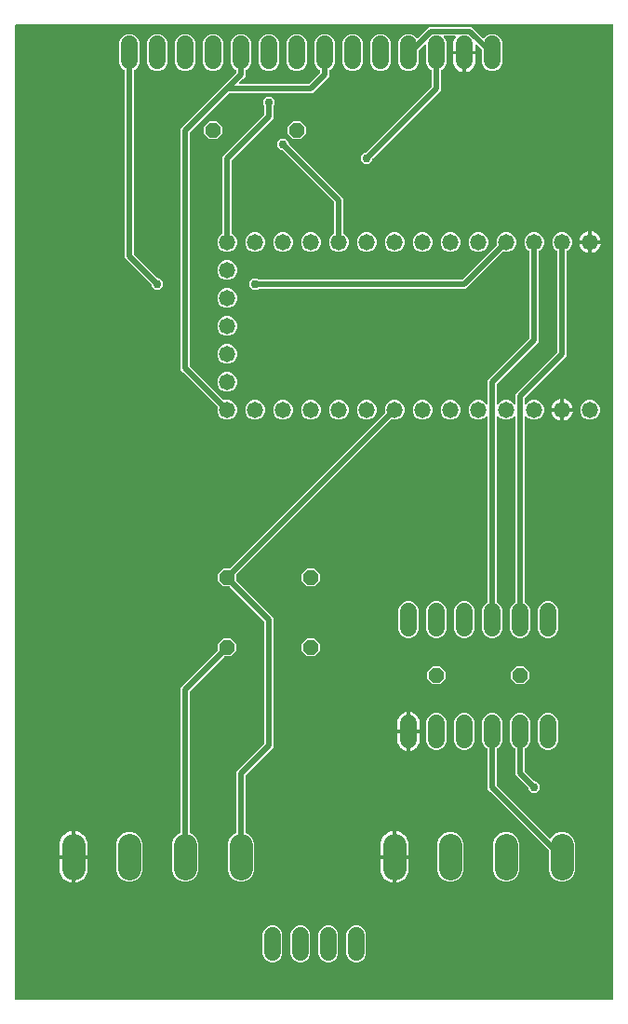
<source format=gbr>
G04 EAGLE Gerber RS-274X export*
G75*
%MOMM*%
%FSLAX34Y34*%
%LPD*%
%INTop Copper*%
%IPPOS*%
%AMOC8*
5,1,8,0,0,1.08239X$1,22.5*%
G01*
%ADD10C,1.524000*%
%ADD11P,1.429621X8X22.500000*%
%ADD12P,1.429621X8X202.500000*%
%ADD13C,2.095500*%
%ADD14C,1.473200*%
%ADD15C,0.508000*%
%ADD16C,0.756400*%

G36*
X553994Y10164D02*
X553994Y10164D01*
X554013Y10162D01*
X554115Y10184D01*
X554217Y10200D01*
X554234Y10210D01*
X554254Y10214D01*
X554343Y10267D01*
X554434Y10316D01*
X554448Y10330D01*
X554465Y10340D01*
X554532Y10419D01*
X554604Y10494D01*
X554612Y10512D01*
X554625Y10527D01*
X554664Y10623D01*
X554707Y10717D01*
X554709Y10737D01*
X554717Y10755D01*
X554735Y10922D01*
X554735Y895350D01*
X554732Y895370D01*
X554734Y895389D01*
X554712Y895491D01*
X554696Y895593D01*
X554686Y895610D01*
X554682Y895630D01*
X554629Y895719D01*
X554580Y895810D01*
X554566Y895824D01*
X554556Y895841D01*
X554477Y895908D01*
X554402Y895980D01*
X554384Y895988D01*
X554369Y896001D01*
X554273Y896040D01*
X554179Y896083D01*
X554159Y896085D01*
X554141Y896093D01*
X553974Y896111D01*
X10922Y896111D01*
X10902Y896108D01*
X10883Y896110D01*
X10781Y896088D01*
X10679Y896072D01*
X10662Y896062D01*
X10642Y896058D01*
X10553Y896005D01*
X10462Y895956D01*
X10448Y895942D01*
X10431Y895932D01*
X10364Y895853D01*
X10292Y895778D01*
X10284Y895760D01*
X10271Y895745D01*
X10232Y895649D01*
X10189Y895555D01*
X10187Y895535D01*
X10179Y895517D01*
X10161Y895350D01*
X10161Y10922D01*
X10164Y10902D01*
X10162Y10883D01*
X10184Y10781D01*
X10200Y10679D01*
X10210Y10662D01*
X10214Y10642D01*
X10267Y10553D01*
X10316Y10462D01*
X10330Y10448D01*
X10340Y10431D01*
X10419Y10364D01*
X10494Y10292D01*
X10512Y10284D01*
X10527Y10271D01*
X10623Y10232D01*
X10717Y10189D01*
X10737Y10187D01*
X10755Y10179D01*
X10922Y10161D01*
X553974Y10161D01*
X553994Y10164D01*
G37*
%LPC*%
G36*
X442681Y338835D02*
X442681Y338835D01*
X439320Y340227D01*
X436747Y342800D01*
X435355Y346161D01*
X435355Y365039D01*
X436747Y368400D01*
X439320Y370973D01*
X439965Y371240D01*
X440065Y371301D01*
X440165Y371361D01*
X440169Y371366D01*
X440174Y371369D01*
X440249Y371460D01*
X440325Y371548D01*
X440327Y371554D01*
X440331Y371559D01*
X440373Y371667D01*
X440417Y371776D01*
X440418Y371784D01*
X440419Y371789D01*
X440420Y371807D01*
X440435Y371943D01*
X440435Y540324D01*
X440424Y540395D01*
X440422Y540467D01*
X440404Y540515D01*
X440396Y540567D01*
X440362Y540630D01*
X440337Y540698D01*
X440305Y540738D01*
X440280Y540784D01*
X440228Y540834D01*
X440184Y540890D01*
X440140Y540918D01*
X440102Y540954D01*
X440037Y540984D01*
X439977Y541023D01*
X439926Y541035D01*
X439879Y541057D01*
X439808Y541065D01*
X439738Y541083D01*
X439686Y541079D01*
X439635Y541084D01*
X439564Y541069D01*
X439493Y541063D01*
X439445Y541043D01*
X439394Y541032D01*
X439333Y540995D01*
X439267Y540967D01*
X439211Y540922D01*
X439183Y540906D01*
X439168Y540888D01*
X439136Y540862D01*
X436836Y538563D01*
X433568Y537209D01*
X430032Y537209D01*
X426764Y538563D01*
X424263Y541064D01*
X422909Y544332D01*
X422909Y547868D01*
X424263Y551136D01*
X426764Y553637D01*
X430032Y554991D01*
X433568Y554991D01*
X436836Y553637D01*
X439136Y551338D01*
X439194Y551296D01*
X439246Y551246D01*
X439293Y551224D01*
X439335Y551194D01*
X439404Y551173D01*
X439469Y551143D01*
X439521Y551137D01*
X439571Y551122D01*
X439642Y551124D01*
X439713Y551116D01*
X439764Y551127D01*
X439816Y551128D01*
X439884Y551153D01*
X439954Y551168D01*
X439999Y551195D01*
X440047Y551213D01*
X440103Y551257D01*
X440165Y551294D01*
X440199Y551334D01*
X440239Y551366D01*
X440278Y551427D01*
X440325Y551481D01*
X440344Y551529D01*
X440372Y551573D01*
X440390Y551643D01*
X440417Y551709D01*
X440425Y551781D01*
X440433Y551812D01*
X440431Y551835D01*
X440435Y551876D01*
X440435Y573184D01*
X478312Y611061D01*
X478365Y611135D01*
X478425Y611204D01*
X478437Y611234D01*
X478456Y611260D01*
X478483Y611347D01*
X478517Y611432D01*
X478521Y611473D01*
X478528Y611496D01*
X478527Y611528D01*
X478535Y611599D01*
X478535Y690052D01*
X478516Y690167D01*
X478499Y690283D01*
X478497Y690288D01*
X478496Y690295D01*
X478441Y690397D01*
X478388Y690502D01*
X478383Y690506D01*
X478380Y690512D01*
X478296Y690592D01*
X478212Y690674D01*
X478206Y690678D01*
X478202Y690681D01*
X478185Y690689D01*
X478065Y690755D01*
X477564Y690963D01*
X475063Y693464D01*
X473709Y696732D01*
X473709Y700268D01*
X475063Y703536D01*
X477564Y706037D01*
X480832Y707391D01*
X484368Y707391D01*
X487636Y706037D01*
X490137Y703536D01*
X491491Y700268D01*
X491491Y696732D01*
X490137Y693464D01*
X487636Y690963D01*
X487135Y690755D01*
X487035Y690694D01*
X486935Y690634D01*
X486931Y690629D01*
X486926Y690625D01*
X486851Y690535D01*
X486775Y690447D01*
X486773Y690441D01*
X486769Y690436D01*
X486727Y690328D01*
X486683Y690218D01*
X486682Y690211D01*
X486681Y690206D01*
X486680Y690188D01*
X486665Y690052D01*
X486665Y607916D01*
X448788Y570039D01*
X448735Y569965D01*
X448675Y569896D01*
X448663Y569866D01*
X448644Y569840D01*
X448617Y569753D01*
X448583Y569668D01*
X448579Y569627D01*
X448572Y569604D01*
X448573Y569572D01*
X448565Y569501D01*
X448565Y551876D01*
X448576Y551805D01*
X448578Y551733D01*
X448596Y551685D01*
X448604Y551633D01*
X448638Y551570D01*
X448663Y551502D01*
X448695Y551462D01*
X448720Y551416D01*
X448772Y551366D01*
X448816Y551310D01*
X448860Y551282D01*
X448898Y551246D01*
X448963Y551216D01*
X449023Y551177D01*
X449074Y551165D01*
X449121Y551143D01*
X449192Y551135D01*
X449262Y551117D01*
X449314Y551121D01*
X449365Y551116D01*
X449436Y551131D01*
X449507Y551137D01*
X449555Y551157D01*
X449606Y551168D01*
X449667Y551205D01*
X449733Y551233D01*
X449789Y551278D01*
X449817Y551294D01*
X449832Y551312D01*
X449864Y551338D01*
X452164Y553637D01*
X455432Y554991D01*
X458968Y554991D01*
X462236Y553637D01*
X464536Y551338D01*
X464594Y551296D01*
X464646Y551246D01*
X464693Y551224D01*
X464735Y551194D01*
X464804Y551173D01*
X464869Y551143D01*
X464921Y551137D01*
X464971Y551122D01*
X465042Y551124D01*
X465113Y551116D01*
X465164Y551127D01*
X465216Y551128D01*
X465284Y551153D01*
X465354Y551168D01*
X465399Y551195D01*
X465447Y551213D01*
X465503Y551257D01*
X465565Y551294D01*
X465599Y551334D01*
X465639Y551366D01*
X465678Y551427D01*
X465725Y551481D01*
X465744Y551529D01*
X465772Y551573D01*
X465790Y551643D01*
X465817Y551709D01*
X465825Y551781D01*
X465833Y551812D01*
X465831Y551835D01*
X465835Y551876D01*
X465835Y560484D01*
X503712Y598361D01*
X503765Y598435D01*
X503825Y598504D01*
X503837Y598534D01*
X503856Y598560D01*
X503883Y598647D01*
X503917Y598732D01*
X503921Y598773D01*
X503928Y598796D01*
X503927Y598828D01*
X503935Y598899D01*
X503935Y690052D01*
X503916Y690167D01*
X503899Y690283D01*
X503897Y690288D01*
X503896Y690295D01*
X503841Y690397D01*
X503788Y690502D01*
X503783Y690506D01*
X503780Y690512D01*
X503696Y690592D01*
X503612Y690674D01*
X503606Y690678D01*
X503602Y690681D01*
X503585Y690689D01*
X503465Y690755D01*
X502964Y690963D01*
X500463Y693464D01*
X499109Y696732D01*
X499109Y700268D01*
X500463Y703536D01*
X502964Y706037D01*
X506232Y707391D01*
X509768Y707391D01*
X513036Y706037D01*
X515537Y703536D01*
X516891Y700268D01*
X516891Y696732D01*
X515537Y693464D01*
X513036Y690963D01*
X512535Y690755D01*
X512435Y690694D01*
X512335Y690634D01*
X512331Y690629D01*
X512326Y690625D01*
X512251Y690535D01*
X512175Y690447D01*
X512173Y690441D01*
X512169Y690436D01*
X512127Y690328D01*
X512083Y690218D01*
X512082Y690211D01*
X512081Y690206D01*
X512080Y690188D01*
X512065Y690052D01*
X512065Y595216D01*
X474188Y557339D01*
X474135Y557265D01*
X474075Y557196D01*
X474063Y557166D01*
X474044Y557140D01*
X474017Y557053D01*
X473983Y556968D01*
X473979Y556927D01*
X473972Y556904D01*
X473973Y556872D01*
X473965Y556801D01*
X473965Y551876D01*
X473976Y551805D01*
X473978Y551733D01*
X473996Y551685D01*
X474004Y551633D01*
X474038Y551570D01*
X474063Y551502D01*
X474095Y551462D01*
X474120Y551416D01*
X474172Y551366D01*
X474216Y551310D01*
X474260Y551282D01*
X474298Y551246D01*
X474363Y551216D01*
X474423Y551177D01*
X474474Y551165D01*
X474521Y551143D01*
X474592Y551135D01*
X474662Y551117D01*
X474714Y551121D01*
X474765Y551116D01*
X474836Y551131D01*
X474907Y551137D01*
X474955Y551157D01*
X475006Y551168D01*
X475067Y551205D01*
X475133Y551233D01*
X475189Y551278D01*
X475217Y551294D01*
X475232Y551312D01*
X475264Y551338D01*
X477564Y553637D01*
X480832Y554991D01*
X484368Y554991D01*
X487636Y553637D01*
X490137Y551136D01*
X491491Y547868D01*
X491491Y544332D01*
X490137Y541064D01*
X487636Y538563D01*
X484368Y537209D01*
X480832Y537209D01*
X477564Y538563D01*
X475264Y540862D01*
X475206Y540904D01*
X475154Y540954D01*
X475107Y540976D01*
X475065Y541006D01*
X474996Y541027D01*
X474931Y541057D01*
X474879Y541063D01*
X474829Y541078D01*
X474758Y541076D01*
X474687Y541084D01*
X474636Y541073D01*
X474584Y541072D01*
X474516Y541047D01*
X474446Y541032D01*
X474401Y541005D01*
X474353Y540987D01*
X474297Y540943D01*
X474235Y540906D01*
X474201Y540866D01*
X474161Y540834D01*
X474122Y540773D01*
X474075Y540719D01*
X474056Y540671D01*
X474028Y540627D01*
X474010Y540557D01*
X473983Y540491D01*
X473975Y540419D01*
X473967Y540388D01*
X473969Y540365D01*
X473965Y540324D01*
X473965Y371943D01*
X473984Y371828D01*
X474001Y371712D01*
X474003Y371707D01*
X474004Y371700D01*
X474059Y371598D01*
X474112Y371493D01*
X474117Y371489D01*
X474120Y371483D01*
X474204Y371403D01*
X474288Y371321D01*
X474294Y371317D01*
X474298Y371314D01*
X474315Y371306D01*
X474435Y371240D01*
X475080Y370973D01*
X477653Y368400D01*
X479045Y365039D01*
X479045Y346161D01*
X477653Y342800D01*
X475080Y340227D01*
X471719Y338835D01*
X468081Y338835D01*
X464720Y340227D01*
X462147Y342800D01*
X460755Y346161D01*
X460755Y365039D01*
X462147Y368400D01*
X464720Y370973D01*
X465365Y371240D01*
X465465Y371301D01*
X465565Y371361D01*
X465569Y371366D01*
X465574Y371369D01*
X465649Y371460D01*
X465725Y371548D01*
X465727Y371554D01*
X465731Y371559D01*
X465773Y371667D01*
X465817Y371776D01*
X465818Y371784D01*
X465819Y371789D01*
X465820Y371807D01*
X465835Y371943D01*
X465835Y540324D01*
X465824Y540395D01*
X465822Y540467D01*
X465804Y540515D01*
X465796Y540567D01*
X465762Y540630D01*
X465737Y540698D01*
X465705Y540738D01*
X465680Y540784D01*
X465628Y540834D01*
X465584Y540890D01*
X465540Y540918D01*
X465502Y540954D01*
X465437Y540984D01*
X465377Y541023D01*
X465326Y541035D01*
X465279Y541057D01*
X465208Y541065D01*
X465138Y541083D01*
X465086Y541079D01*
X465035Y541084D01*
X464964Y541069D01*
X464893Y541063D01*
X464845Y541043D01*
X464794Y541032D01*
X464733Y540995D01*
X464667Y540967D01*
X464611Y540922D01*
X464583Y540906D01*
X464568Y540888D01*
X464536Y540862D01*
X462236Y538563D01*
X458968Y537209D01*
X455432Y537209D01*
X452164Y538563D01*
X449864Y540862D01*
X449806Y540904D01*
X449754Y540954D01*
X449707Y540976D01*
X449665Y541006D01*
X449596Y541027D01*
X449531Y541057D01*
X449479Y541063D01*
X449429Y541078D01*
X449358Y541076D01*
X449287Y541084D01*
X449236Y541073D01*
X449184Y541072D01*
X449116Y541047D01*
X449046Y541032D01*
X449001Y541005D01*
X448953Y540987D01*
X448897Y540943D01*
X448835Y540906D01*
X448801Y540866D01*
X448761Y540834D01*
X448722Y540773D01*
X448675Y540719D01*
X448656Y540671D01*
X448628Y540627D01*
X448610Y540557D01*
X448583Y540491D01*
X448575Y540419D01*
X448567Y540388D01*
X448569Y540365D01*
X448565Y540324D01*
X448565Y371943D01*
X448584Y371828D01*
X448601Y371712D01*
X448603Y371707D01*
X448604Y371700D01*
X448659Y371598D01*
X448712Y371493D01*
X448717Y371489D01*
X448720Y371483D01*
X448804Y371403D01*
X448888Y371321D01*
X448894Y371317D01*
X448898Y371314D01*
X448915Y371306D01*
X449035Y371240D01*
X449680Y370973D01*
X452253Y368400D01*
X453645Y365039D01*
X453645Y346161D01*
X452253Y342800D01*
X449680Y340227D01*
X446319Y338835D01*
X442681Y338835D01*
G37*
%LPD*%
%LPC*%
G36*
X213513Y117220D02*
X213513Y117220D01*
X209101Y119048D01*
X205725Y122424D01*
X203898Y126835D01*
X203898Y152565D01*
X205725Y156976D01*
X209101Y160352D01*
X211365Y161290D01*
X211465Y161352D01*
X211565Y161412D01*
X211569Y161417D01*
X211574Y161420D01*
X211649Y161510D01*
X211725Y161599D01*
X211727Y161605D01*
X211731Y161609D01*
X211773Y161718D01*
X211817Y161827D01*
X211818Y161834D01*
X211819Y161839D01*
X211820Y161857D01*
X211835Y161994D01*
X211835Y217584D01*
X214439Y220188D01*
X237012Y242761D01*
X237065Y242835D01*
X237125Y242904D01*
X237137Y242934D01*
X237156Y242960D01*
X237183Y243047D01*
X237217Y243132D01*
X237221Y243173D01*
X237228Y243196D01*
X237227Y243228D01*
X237235Y243299D01*
X237235Y353601D01*
X237221Y353691D01*
X237213Y353782D01*
X237201Y353812D01*
X237196Y353844D01*
X237153Y353924D01*
X237117Y354008D01*
X237091Y354040D01*
X237080Y354061D01*
X237057Y354083D01*
X237012Y354139D01*
X205803Y385348D01*
X205729Y385401D01*
X205660Y385461D01*
X205630Y385473D01*
X205604Y385492D01*
X205517Y385519D01*
X205432Y385553D01*
X205391Y385557D01*
X205368Y385564D01*
X205336Y385563D01*
X205265Y385571D01*
X199833Y385571D01*
X195071Y390333D01*
X195071Y397067D01*
X199833Y401829D01*
X205265Y401829D01*
X205355Y401843D01*
X205446Y401851D01*
X205476Y401863D01*
X205508Y401868D01*
X205588Y401911D01*
X205672Y401947D01*
X205704Y401973D01*
X205725Y401984D01*
X205747Y402007D01*
X205803Y402052D01*
X346752Y543000D01*
X346819Y543094D01*
X346890Y543189D01*
X346892Y543195D01*
X346896Y543200D01*
X346930Y543311D01*
X346966Y543423D01*
X346966Y543429D01*
X346968Y543435D01*
X346965Y543551D01*
X346964Y543669D01*
X346962Y543676D01*
X346962Y543681D01*
X346955Y543699D01*
X346917Y543830D01*
X346709Y544331D01*
X346709Y547868D01*
X348063Y551136D01*
X350564Y553637D01*
X353832Y554991D01*
X357368Y554991D01*
X360636Y553637D01*
X363137Y551136D01*
X364491Y547868D01*
X364491Y544332D01*
X363137Y541064D01*
X360636Y538563D01*
X357368Y537209D01*
X353831Y537209D01*
X353330Y537417D01*
X353217Y537444D01*
X353103Y537472D01*
X353097Y537472D01*
X353091Y537473D01*
X352974Y537462D01*
X352858Y537453D01*
X352852Y537451D01*
X352846Y537450D01*
X352738Y537402D01*
X352631Y537357D01*
X352626Y537352D01*
X352621Y537350D01*
X352607Y537337D01*
X352500Y537252D01*
X211552Y396303D01*
X211499Y396229D01*
X211439Y396160D01*
X211427Y396130D01*
X211408Y396104D01*
X211381Y396017D01*
X211347Y395932D01*
X211343Y395891D01*
X211336Y395869D01*
X211337Y395836D01*
X211329Y395765D01*
X211329Y391635D01*
X211343Y391545D01*
X211351Y391454D01*
X211363Y391424D01*
X211368Y391392D01*
X211411Y391312D01*
X211447Y391228D01*
X211473Y391196D01*
X211484Y391175D01*
X211507Y391153D01*
X211552Y391097D01*
X245365Y357284D01*
X245365Y239616D01*
X220188Y214439D01*
X220135Y214365D01*
X220075Y214296D01*
X220063Y214266D01*
X220044Y214240D01*
X220017Y214153D01*
X219983Y214068D01*
X219979Y214027D01*
X219972Y214005D01*
X219973Y213972D01*
X219965Y213901D01*
X219965Y161994D01*
X219984Y161879D01*
X220001Y161763D01*
X220003Y161757D01*
X220004Y161751D01*
X220059Y161648D01*
X220112Y161543D01*
X220117Y161539D01*
X220120Y161533D01*
X220204Y161454D01*
X220288Y161371D01*
X220294Y161368D01*
X220298Y161364D01*
X220315Y161356D01*
X220435Y161290D01*
X222699Y160352D01*
X226075Y156976D01*
X227902Y152565D01*
X227902Y126835D01*
X226075Y122424D01*
X222699Y119048D01*
X218287Y117220D01*
X213513Y117220D01*
G37*
%LPD*%
%LPC*%
G36*
X201432Y537209D02*
X201432Y537209D01*
X198164Y538563D01*
X195663Y541064D01*
X194309Y544332D01*
X194309Y547869D01*
X194517Y548370D01*
X194544Y548483D01*
X194572Y548597D01*
X194572Y548603D01*
X194573Y548609D01*
X194562Y548725D01*
X194553Y548842D01*
X194551Y548848D01*
X194550Y548854D01*
X194502Y548962D01*
X194457Y549069D01*
X194452Y549074D01*
X194450Y549079D01*
X194437Y549093D01*
X194352Y549200D01*
X163639Y579912D01*
X161035Y582516D01*
X161035Y801784D01*
X211612Y852361D01*
X211660Y852426D01*
X211669Y852436D01*
X211671Y852442D01*
X211725Y852504D01*
X211737Y852534D01*
X211756Y852560D01*
X211783Y852647D01*
X211817Y852732D01*
X211821Y852773D01*
X211828Y852796D01*
X211827Y852828D01*
X211835Y852899D01*
X211835Y854369D01*
X211816Y854484D01*
X211799Y854600D01*
X211797Y854605D01*
X211796Y854612D01*
X211741Y854714D01*
X211688Y854819D01*
X211683Y854823D01*
X211680Y854829D01*
X211596Y854909D01*
X211512Y854991D01*
X211506Y854995D01*
X211502Y854998D01*
X211485Y855006D01*
X211365Y855072D01*
X210720Y855339D01*
X208147Y857912D01*
X206755Y861273D01*
X206755Y880151D01*
X208147Y883512D01*
X210720Y886085D01*
X214081Y887477D01*
X217719Y887477D01*
X221080Y886085D01*
X223653Y883512D01*
X225045Y880151D01*
X225045Y861273D01*
X223653Y857912D01*
X221080Y855339D01*
X220435Y855072D01*
X220335Y855011D01*
X220235Y854951D01*
X220231Y854946D01*
X220226Y854943D01*
X220151Y854852D01*
X220075Y854764D01*
X220073Y854758D01*
X220069Y854753D01*
X220027Y854645D01*
X219983Y854536D01*
X219982Y854528D01*
X219981Y854523D01*
X219980Y854505D01*
X219965Y854369D01*
X219965Y849216D01*
X217361Y846612D01*
X214313Y843564D01*
X214271Y843506D01*
X214221Y843454D01*
X214199Y843407D01*
X214169Y843365D01*
X214148Y843296D01*
X214118Y843231D01*
X214112Y843179D01*
X214097Y843129D01*
X214099Y843058D01*
X214091Y842987D01*
X214102Y842936D01*
X214103Y842884D01*
X214128Y842816D01*
X214143Y842746D01*
X214170Y842701D01*
X214188Y842653D01*
X214232Y842597D01*
X214269Y842535D01*
X214309Y842501D01*
X214341Y842461D01*
X214402Y842422D01*
X214456Y842375D01*
X214504Y842356D01*
X214548Y842328D01*
X214618Y842310D01*
X214684Y842283D01*
X214756Y842275D01*
X214787Y842267D01*
X214810Y842269D01*
X214851Y842265D01*
X277401Y842265D01*
X277491Y842279D01*
X277582Y842287D01*
X277612Y842299D01*
X277644Y842304D01*
X277724Y842347D01*
X277808Y842383D01*
X277840Y842409D01*
X277861Y842420D01*
X277883Y842443D01*
X277939Y842488D01*
X287812Y852361D01*
X287860Y852426D01*
X287869Y852436D01*
X287871Y852442D01*
X287925Y852504D01*
X287937Y852534D01*
X287956Y852560D01*
X287983Y852647D01*
X288017Y852732D01*
X288021Y852773D01*
X288028Y852796D01*
X288027Y852828D01*
X288035Y852899D01*
X288035Y854369D01*
X288016Y854484D01*
X287999Y854600D01*
X287997Y854605D01*
X287996Y854612D01*
X287941Y854714D01*
X287888Y854819D01*
X287883Y854823D01*
X287880Y854829D01*
X287796Y854909D01*
X287712Y854991D01*
X287706Y854995D01*
X287702Y854998D01*
X287685Y855006D01*
X287565Y855072D01*
X286920Y855339D01*
X284347Y857912D01*
X282955Y861273D01*
X282955Y880151D01*
X284347Y883512D01*
X286920Y886085D01*
X290281Y887477D01*
X293919Y887477D01*
X297280Y886085D01*
X299853Y883512D01*
X301245Y880151D01*
X301245Y861273D01*
X299853Y857912D01*
X297280Y855339D01*
X296635Y855072D01*
X296535Y855011D01*
X296435Y854951D01*
X296431Y854946D01*
X296426Y854943D01*
X296351Y854852D01*
X296275Y854764D01*
X296273Y854758D01*
X296269Y854753D01*
X296227Y854645D01*
X296183Y854536D01*
X296182Y854528D01*
X296181Y854523D01*
X296180Y854505D01*
X296165Y854369D01*
X296165Y849216D01*
X281084Y834135D01*
X205199Y834135D01*
X205109Y834121D01*
X205018Y834113D01*
X204988Y834101D01*
X204956Y834096D01*
X204876Y834053D01*
X204792Y834017D01*
X204760Y833991D01*
X204739Y833980D01*
X204717Y833957D01*
X204661Y833912D01*
X169388Y798639D01*
X169335Y798565D01*
X169275Y798496D01*
X169263Y798466D01*
X169244Y798440D01*
X169217Y798353D01*
X169183Y798268D01*
X169179Y798227D01*
X169172Y798204D01*
X169173Y798172D01*
X169165Y798101D01*
X169165Y586199D01*
X169179Y586109D01*
X169187Y586018D01*
X169199Y585988D01*
X169204Y585956D01*
X169247Y585876D01*
X169283Y585792D01*
X169309Y585760D01*
X169320Y585739D01*
X169343Y585717D01*
X169388Y585661D01*
X200100Y554948D01*
X200194Y554881D01*
X200289Y554810D01*
X200295Y554808D01*
X200300Y554804D01*
X200411Y554770D01*
X200523Y554734D01*
X200529Y554734D01*
X200535Y554732D01*
X200652Y554735D01*
X200769Y554736D01*
X200776Y554738D01*
X200781Y554738D01*
X200798Y554745D01*
X200930Y554783D01*
X201431Y554991D01*
X204968Y554991D01*
X208236Y553637D01*
X210737Y551136D01*
X212091Y547868D01*
X212091Y544332D01*
X210737Y541064D01*
X208236Y538563D01*
X204968Y537209D01*
X201432Y537209D01*
G37*
%LPD*%
%LPC*%
G36*
X328002Y769393D02*
X328002Y769393D01*
X324893Y772502D01*
X324893Y776898D01*
X328002Y780007D01*
X329443Y780007D01*
X329533Y780021D01*
X329624Y780029D01*
X329654Y780041D01*
X329686Y780046D01*
X329766Y780089D01*
X329850Y780125D01*
X329882Y780151D01*
X329903Y780162D01*
X329925Y780185D01*
X329981Y780230D01*
X389412Y839661D01*
X389465Y839735D01*
X389525Y839804D01*
X389537Y839834D01*
X389556Y839860D01*
X389583Y839947D01*
X389617Y840032D01*
X389621Y840073D01*
X389628Y840096D01*
X389627Y840128D01*
X389635Y840199D01*
X389635Y854369D01*
X389616Y854484D01*
X389599Y854600D01*
X389597Y854605D01*
X389596Y854612D01*
X389541Y854714D01*
X389488Y854819D01*
X389483Y854823D01*
X389480Y854829D01*
X389396Y854909D01*
X389312Y854991D01*
X389306Y854995D01*
X389302Y854998D01*
X389285Y855006D01*
X389165Y855072D01*
X388520Y855339D01*
X385947Y857912D01*
X384555Y861273D01*
X384555Y878125D01*
X384544Y878195D01*
X384542Y878267D01*
X384524Y878316D01*
X384516Y878368D01*
X384482Y878431D01*
X384457Y878498D01*
X384425Y878539D01*
X384400Y878585D01*
X384349Y878634D01*
X384304Y878690D01*
X384260Y878718D01*
X384222Y878754D01*
X384157Y878784D01*
X384097Y878823D01*
X384046Y878836D01*
X383999Y878858D01*
X383928Y878866D01*
X383858Y878883D01*
X383806Y878879D01*
X383755Y878885D01*
X383684Y878870D01*
X383613Y878864D01*
X383565Y878844D01*
X383514Y878833D01*
X383453Y878796D01*
X383387Y878768D01*
X383331Y878723D01*
X383303Y878707D01*
X383288Y878689D01*
X383256Y878663D01*
X377668Y873075D01*
X377615Y873001D01*
X377555Y872932D01*
X377543Y872901D01*
X377524Y872875D01*
X377497Y872788D01*
X377463Y872703D01*
X377459Y872663D01*
X377452Y872640D01*
X377453Y872608D01*
X377445Y872537D01*
X377445Y861273D01*
X376053Y857912D01*
X373480Y855339D01*
X370119Y853947D01*
X366481Y853947D01*
X363120Y855339D01*
X360547Y857912D01*
X359155Y861273D01*
X359155Y880151D01*
X360547Y883512D01*
X363120Y886085D01*
X366481Y887477D01*
X370119Y887477D01*
X373480Y886085D01*
X375792Y883773D01*
X375808Y883761D01*
X375821Y883745D01*
X375908Y883689D01*
X375992Y883629D01*
X376011Y883623D01*
X376028Y883612D01*
X376128Y883587D01*
X376227Y883557D01*
X376247Y883557D01*
X376266Y883552D01*
X376369Y883560D01*
X376473Y883563D01*
X376491Y883570D01*
X376511Y883571D01*
X376606Y883612D01*
X376704Y883648D01*
X376719Y883660D01*
X376738Y883668D01*
X376869Y883773D01*
X384573Y891477D01*
X387177Y894081D01*
X425623Y894081D01*
X428227Y891477D01*
X435931Y883773D01*
X435948Y883761D01*
X435960Y883745D01*
X436047Y883689D01*
X436131Y883629D01*
X436150Y883623D01*
X436167Y883612D01*
X436268Y883587D01*
X436366Y883557D01*
X436386Y883557D01*
X436406Y883552D01*
X436508Y883560D01*
X436612Y883563D01*
X436631Y883570D01*
X436651Y883571D01*
X436746Y883612D01*
X436843Y883648D01*
X436859Y883660D01*
X436877Y883668D01*
X437008Y883773D01*
X439320Y886085D01*
X442681Y887477D01*
X446319Y887477D01*
X449680Y886085D01*
X452253Y883512D01*
X453645Y880151D01*
X453645Y861273D01*
X452253Y857912D01*
X449680Y855339D01*
X446319Y853947D01*
X442681Y853947D01*
X439320Y855339D01*
X436747Y857912D01*
X435355Y861273D01*
X435355Y872537D01*
X435341Y872627D01*
X435333Y872718D01*
X435321Y872748D01*
X435316Y872779D01*
X435273Y872860D01*
X435237Y872944D01*
X435211Y872976D01*
X435200Y872997D01*
X435177Y873019D01*
X435132Y873075D01*
X430560Y877647D01*
X430502Y877689D01*
X430450Y877738D01*
X430403Y877760D01*
X430361Y877791D01*
X430292Y877812D01*
X430227Y877842D01*
X430175Y877848D01*
X430125Y877863D01*
X430054Y877861D01*
X429983Y877869D01*
X429932Y877858D01*
X429880Y877857D01*
X429812Y877832D01*
X429742Y877817D01*
X429698Y877790D01*
X429649Y877772D01*
X429593Y877727D01*
X429531Y877691D01*
X429497Y877651D01*
X429457Y877618D01*
X429418Y877558D01*
X429371Y877504D01*
X429352Y877455D01*
X429324Y877412D01*
X429306Y877342D01*
X429279Y877275D01*
X429271Y877204D01*
X429263Y877173D01*
X429265Y877150D01*
X429261Y877109D01*
X429261Y872235D01*
X419862Y872235D01*
X419842Y872232D01*
X419823Y872234D01*
X419721Y872212D01*
X419619Y872195D01*
X419602Y872186D01*
X419582Y872182D01*
X419493Y872129D01*
X419402Y872080D01*
X419388Y872066D01*
X419371Y872056D01*
X419304Y871977D01*
X419233Y871902D01*
X419224Y871884D01*
X419211Y871869D01*
X419173Y871773D01*
X419129Y871679D01*
X419127Y871659D01*
X419119Y871641D01*
X419101Y871474D01*
X419101Y870711D01*
X419099Y870711D01*
X419099Y871474D01*
X419096Y871494D01*
X419098Y871513D01*
X419076Y871615D01*
X419059Y871717D01*
X419050Y871734D01*
X419046Y871754D01*
X418993Y871843D01*
X418944Y871934D01*
X418930Y871948D01*
X418920Y871965D01*
X418841Y872032D01*
X418766Y872103D01*
X418748Y872112D01*
X418733Y872125D01*
X418637Y872164D01*
X418543Y872207D01*
X418523Y872209D01*
X418505Y872217D01*
X418338Y872235D01*
X408939Y872235D01*
X408939Y879132D01*
X409189Y880711D01*
X409684Y882232D01*
X410410Y883657D01*
X411198Y884743D01*
X411204Y884753D01*
X411212Y884762D01*
X411259Y884862D01*
X411309Y884962D01*
X411310Y884974D01*
X411315Y884985D01*
X411328Y885095D01*
X411343Y885206D01*
X411341Y885218D01*
X411343Y885229D01*
X411319Y885338D01*
X411299Y885448D01*
X411293Y885458D01*
X411290Y885470D01*
X411233Y885565D01*
X411179Y885663D01*
X411170Y885671D01*
X411164Y885681D01*
X411080Y885753D01*
X410997Y885828D01*
X410986Y885833D01*
X410977Y885841D01*
X410873Y885883D01*
X410772Y885927D01*
X410760Y885928D01*
X410749Y885933D01*
X410582Y885951D01*
X400851Y885951D01*
X400780Y885940D01*
X400709Y885938D01*
X400660Y885920D01*
X400608Y885912D01*
X400545Y885878D01*
X400478Y885853D01*
X400437Y885821D01*
X400391Y885796D01*
X400342Y885744D01*
X400286Y885700D01*
X400257Y885656D01*
X400222Y885618D01*
X400191Y885553D01*
X400153Y885493D01*
X400140Y885442D01*
X400118Y885395D01*
X400110Y885324D01*
X400093Y885254D01*
X400097Y885202D01*
X400091Y885151D01*
X400106Y885080D01*
X400112Y885009D01*
X400132Y884961D01*
X400143Y884910D01*
X400180Y884849D01*
X400208Y884783D01*
X400253Y884727D01*
X400269Y884699D01*
X400287Y884684D01*
X400313Y884652D01*
X401453Y883512D01*
X402845Y880151D01*
X402845Y861273D01*
X401453Y857912D01*
X398880Y855339D01*
X398235Y855072D01*
X398135Y855011D01*
X398035Y854951D01*
X398031Y854946D01*
X398026Y854943D01*
X397951Y854852D01*
X397875Y854764D01*
X397873Y854758D01*
X397869Y854753D01*
X397827Y854645D01*
X397783Y854536D01*
X397782Y854528D01*
X397781Y854523D01*
X397780Y854505D01*
X397765Y854369D01*
X397765Y836516D01*
X335730Y774481D01*
X335677Y774407D01*
X335617Y774338D01*
X335605Y774308D01*
X335586Y774282D01*
X335559Y774195D01*
X335525Y774110D01*
X335521Y774069D01*
X335514Y774046D01*
X335515Y774014D01*
X335507Y773943D01*
X335507Y772502D01*
X332398Y769393D01*
X328002Y769393D01*
G37*
%LPD*%
%LPC*%
G36*
X162713Y117220D02*
X162713Y117220D01*
X158301Y119048D01*
X154925Y122424D01*
X153098Y126835D01*
X153098Y152565D01*
X154925Y156976D01*
X158301Y160352D01*
X160565Y161290D01*
X160665Y161352D01*
X160765Y161412D01*
X160769Y161417D01*
X160774Y161420D01*
X160849Y161510D01*
X160925Y161599D01*
X160927Y161605D01*
X160931Y161609D01*
X160973Y161718D01*
X161017Y161827D01*
X161018Y161834D01*
X161019Y161839D01*
X161020Y161857D01*
X161035Y161994D01*
X161035Y293784D01*
X194848Y327597D01*
X194901Y327671D01*
X194961Y327740D01*
X194973Y327770D01*
X194992Y327796D01*
X195019Y327883D01*
X195053Y327968D01*
X195057Y328009D01*
X195064Y328032D01*
X195063Y328064D01*
X195071Y328135D01*
X195071Y333567D01*
X199833Y338329D01*
X206567Y338329D01*
X211329Y333567D01*
X211329Y326833D01*
X206567Y322071D01*
X201135Y322071D01*
X201045Y322057D01*
X200954Y322049D01*
X200924Y322037D01*
X200892Y322032D01*
X200812Y321989D01*
X200728Y321953D01*
X200696Y321927D01*
X200675Y321916D01*
X200653Y321893D01*
X200597Y321848D01*
X169388Y290639D01*
X169335Y290565D01*
X169275Y290496D01*
X169263Y290466D01*
X169244Y290440D01*
X169217Y290353D01*
X169183Y290268D01*
X169179Y290227D01*
X169172Y290204D01*
X169173Y290172D01*
X169165Y290101D01*
X169165Y161994D01*
X169184Y161879D01*
X169201Y161763D01*
X169203Y161757D01*
X169204Y161751D01*
X169259Y161648D01*
X169312Y161543D01*
X169317Y161539D01*
X169320Y161533D01*
X169404Y161454D01*
X169488Y161371D01*
X169494Y161368D01*
X169498Y161364D01*
X169515Y161356D01*
X169635Y161290D01*
X171899Y160352D01*
X175275Y156976D01*
X177102Y152565D01*
X177102Y126835D01*
X175275Y122424D01*
X171899Y119048D01*
X167487Y117220D01*
X162713Y117220D01*
G37*
%LPD*%
%LPC*%
G36*
X505613Y117220D02*
X505613Y117220D01*
X501201Y119048D01*
X497825Y122424D01*
X495998Y126835D01*
X495998Y145639D01*
X495983Y145729D01*
X495976Y145820D01*
X495963Y145849D01*
X495958Y145881D01*
X495915Y145962D01*
X495880Y146046D01*
X495854Y146078D01*
X495843Y146099D01*
X495820Y146121D01*
X495795Y146151D01*
X495794Y146154D01*
X495792Y146156D01*
X495775Y146177D01*
X443039Y198912D01*
X440435Y201516D01*
X440435Y237657D01*
X440416Y237772D01*
X440399Y237888D01*
X440397Y237893D01*
X440396Y237900D01*
X440341Y238002D01*
X440288Y238107D01*
X440283Y238111D01*
X440280Y238117D01*
X440196Y238197D01*
X440112Y238279D01*
X440106Y238283D01*
X440102Y238286D01*
X440085Y238294D01*
X439965Y238360D01*
X439320Y238627D01*
X436747Y241200D01*
X435355Y244561D01*
X435355Y263439D01*
X436747Y266800D01*
X439320Y269373D01*
X442681Y270765D01*
X446319Y270765D01*
X449680Y269373D01*
X452253Y266800D01*
X453645Y263439D01*
X453645Y244561D01*
X452253Y241200D01*
X449680Y238627D01*
X449035Y238360D01*
X448935Y238299D01*
X448835Y238239D01*
X448831Y238234D01*
X448826Y238231D01*
X448751Y238140D01*
X448675Y238052D01*
X448673Y238046D01*
X448669Y238041D01*
X448627Y237933D01*
X448583Y237824D01*
X448582Y237816D01*
X448581Y237811D01*
X448580Y237793D01*
X448565Y237657D01*
X448565Y205199D01*
X448579Y205109D01*
X448587Y205018D01*
X448599Y204988D01*
X448604Y204956D01*
X448647Y204876D01*
X448683Y204792D01*
X448709Y204760D01*
X448720Y204739D01*
X448743Y204717D01*
X448788Y204661D01*
X496623Y156825D01*
X496661Y156798D01*
X496692Y156764D01*
X496760Y156727D01*
X496823Y156682D01*
X496867Y156668D01*
X496907Y156646D01*
X496984Y156632D01*
X497058Y156609D01*
X497104Y156610D01*
X497149Y156602D01*
X497226Y156614D01*
X497304Y156616D01*
X497347Y156632D01*
X497393Y156638D01*
X497462Y156673D01*
X497535Y156700D01*
X497571Y156729D01*
X497612Y156750D01*
X497666Y156805D01*
X497727Y156854D01*
X497752Y156893D01*
X497784Y156926D01*
X497796Y156947D01*
X501201Y160352D01*
X505613Y162180D01*
X510387Y162180D01*
X514799Y160352D01*
X518175Y156976D01*
X520002Y152565D01*
X520002Y126835D01*
X518175Y122424D01*
X514799Y119048D01*
X510387Y117220D01*
X505613Y117220D01*
G37*
%LPD*%
%LPC*%
G36*
X137502Y655093D02*
X137502Y655093D01*
X134393Y658202D01*
X134393Y659643D01*
X134379Y659733D01*
X134371Y659824D01*
X134359Y659854D01*
X134354Y659886D01*
X134311Y659966D01*
X134275Y660050D01*
X134249Y660082D01*
X134238Y660103D01*
X134215Y660125D01*
X134170Y660181D01*
X110235Y684116D01*
X110235Y854369D01*
X110216Y854484D01*
X110199Y854600D01*
X110197Y854605D01*
X110196Y854612D01*
X110141Y854714D01*
X110088Y854819D01*
X110083Y854823D01*
X110080Y854829D01*
X109996Y854909D01*
X109912Y854991D01*
X109906Y854995D01*
X109902Y854998D01*
X109885Y855006D01*
X109765Y855072D01*
X109120Y855339D01*
X106547Y857912D01*
X105155Y861273D01*
X105155Y880151D01*
X106547Y883512D01*
X109120Y886085D01*
X112481Y887477D01*
X116119Y887477D01*
X119480Y886085D01*
X122053Y883512D01*
X123445Y880151D01*
X123445Y861273D01*
X122053Y857912D01*
X119480Y855339D01*
X118835Y855072D01*
X118735Y855011D01*
X118635Y854951D01*
X118631Y854946D01*
X118626Y854943D01*
X118551Y854852D01*
X118475Y854764D01*
X118473Y854758D01*
X118469Y854753D01*
X118427Y854645D01*
X118383Y854536D01*
X118382Y854528D01*
X118381Y854523D01*
X118380Y854505D01*
X118365Y854369D01*
X118365Y687799D01*
X118379Y687709D01*
X118387Y687618D01*
X118399Y687588D01*
X118404Y687556D01*
X118447Y687476D01*
X118483Y687392D01*
X118509Y687360D01*
X118520Y687339D01*
X118543Y687317D01*
X118588Y687261D01*
X139919Y665930D01*
X139993Y665877D01*
X140062Y665817D01*
X140092Y665805D01*
X140118Y665786D01*
X140205Y665759D01*
X140290Y665725D01*
X140331Y665721D01*
X140354Y665714D01*
X140386Y665715D01*
X140457Y665707D01*
X141898Y665707D01*
X145007Y662598D01*
X145007Y658202D01*
X141898Y655093D01*
X137502Y655093D01*
G37*
%LPD*%
%LPC*%
G36*
X226402Y655093D02*
X226402Y655093D01*
X223293Y658202D01*
X223293Y662598D01*
X226402Y665707D01*
X230798Y665707D01*
X231817Y664688D01*
X231891Y664635D01*
X231961Y664575D01*
X231991Y664563D01*
X232017Y664544D01*
X232104Y664517D01*
X232189Y664483D01*
X232230Y664479D01*
X232252Y664472D01*
X232284Y664473D01*
X232355Y664465D01*
X417101Y664465D01*
X417191Y664479D01*
X417282Y664487D01*
X417312Y664499D01*
X417344Y664504D01*
X417424Y664547D01*
X417508Y664583D01*
X417540Y664609D01*
X417561Y664620D01*
X417583Y664643D01*
X417639Y664688D01*
X448352Y695400D01*
X448420Y695495D01*
X448490Y695589D01*
X448492Y695595D01*
X448496Y695600D01*
X448530Y695711D01*
X448566Y695823D01*
X448566Y695829D01*
X448568Y695835D01*
X448565Y695951D01*
X448564Y696069D01*
X448562Y696076D01*
X448562Y696081D01*
X448555Y696099D01*
X448517Y696230D01*
X448309Y696732D01*
X448309Y700268D01*
X449663Y703536D01*
X452164Y706037D01*
X455432Y707391D01*
X458968Y707391D01*
X462236Y706037D01*
X464737Y703536D01*
X466091Y700268D01*
X466091Y696732D01*
X464737Y693464D01*
X462236Y690963D01*
X458968Y689609D01*
X455432Y689609D01*
X454930Y689817D01*
X454816Y689844D01*
X454703Y689872D01*
X454697Y689872D01*
X454691Y689873D01*
X454574Y689862D01*
X454458Y689853D01*
X454452Y689851D01*
X454446Y689850D01*
X454338Y689802D01*
X454231Y689757D01*
X454226Y689752D01*
X454221Y689750D01*
X454207Y689737D01*
X454100Y689652D01*
X420784Y656335D01*
X232355Y656335D01*
X232265Y656321D01*
X232174Y656313D01*
X232145Y656301D01*
X232113Y656296D01*
X232032Y656253D01*
X231948Y656217D01*
X231916Y656191D01*
X231895Y656180D01*
X231873Y656157D01*
X231817Y656112D01*
X230798Y655093D01*
X226402Y655093D01*
G37*
%LPD*%
%LPC*%
G36*
X201432Y689609D02*
X201432Y689609D01*
X198164Y690963D01*
X195663Y693464D01*
X194309Y696732D01*
X194309Y700268D01*
X195663Y703536D01*
X198164Y706037D01*
X198665Y706245D01*
X198765Y706306D01*
X198865Y706366D01*
X198869Y706371D01*
X198874Y706375D01*
X198949Y706465D01*
X199025Y706553D01*
X199027Y706559D01*
X199031Y706564D01*
X199073Y706672D01*
X199117Y706782D01*
X199118Y706789D01*
X199119Y706794D01*
X199120Y706812D01*
X199135Y706948D01*
X199135Y776384D01*
X237012Y814261D01*
X237063Y814331D01*
X237104Y814374D01*
X237109Y814385D01*
X237125Y814404D01*
X237137Y814434D01*
X237156Y814460D01*
X237180Y814538D01*
X237207Y814597D01*
X237209Y814613D01*
X237217Y814632D01*
X237221Y814673D01*
X237228Y814696D01*
X237227Y814728D01*
X237235Y814799D01*
X237235Y821745D01*
X237221Y821835D01*
X237213Y821926D01*
X237201Y821955D01*
X237196Y821987D01*
X237153Y822068D01*
X237117Y822152D01*
X237091Y822184D01*
X237080Y822205D01*
X237057Y822227D01*
X237012Y822283D01*
X235993Y823302D01*
X235993Y827698D01*
X239102Y830807D01*
X243498Y830807D01*
X246607Y827698D01*
X246607Y823302D01*
X245588Y822283D01*
X245535Y822209D01*
X245475Y822139D01*
X245463Y822109D01*
X245444Y822083D01*
X245417Y821996D01*
X245383Y821911D01*
X245379Y821870D01*
X245372Y821848D01*
X245373Y821816D01*
X245365Y821745D01*
X245365Y811116D01*
X207488Y773239D01*
X207435Y773165D01*
X207375Y773096D01*
X207363Y773066D01*
X207344Y773040D01*
X207317Y772953D01*
X207283Y772868D01*
X207279Y772827D01*
X207272Y772804D01*
X207273Y772772D01*
X207265Y772701D01*
X207265Y706948D01*
X207284Y706833D01*
X207301Y706717D01*
X207303Y706712D01*
X207304Y706705D01*
X207359Y706603D01*
X207412Y706498D01*
X207417Y706494D01*
X207420Y706488D01*
X207504Y706408D01*
X207588Y706326D01*
X207594Y706322D01*
X207598Y706319D01*
X207615Y706311D01*
X207735Y706245D01*
X208236Y706037D01*
X210737Y703536D01*
X212091Y700268D01*
X212091Y696732D01*
X210737Y693464D01*
X208236Y690963D01*
X204968Y689609D01*
X201432Y689609D01*
G37*
%LPD*%
%LPC*%
G36*
X303032Y689609D02*
X303032Y689609D01*
X299764Y690963D01*
X297263Y693464D01*
X295909Y696732D01*
X295909Y700268D01*
X297263Y703536D01*
X299764Y706037D01*
X300265Y706245D01*
X300365Y706306D01*
X300465Y706366D01*
X300469Y706371D01*
X300474Y706375D01*
X300549Y706465D01*
X300625Y706553D01*
X300627Y706559D01*
X300631Y706564D01*
X300673Y706672D01*
X300717Y706782D01*
X300718Y706789D01*
X300719Y706794D01*
X300720Y706812D01*
X300735Y706948D01*
X300735Y734601D01*
X300721Y734691D01*
X300713Y734782D01*
X300701Y734812D01*
X300696Y734844D01*
X300653Y734924D01*
X300617Y735008D01*
X300591Y735040D01*
X300580Y735061D01*
X300557Y735083D01*
X300512Y735139D01*
X253781Y781870D01*
X253707Y781923D01*
X253638Y781983D01*
X253608Y781995D01*
X253582Y782014D01*
X253495Y782041D01*
X253410Y782075D01*
X253369Y782079D01*
X253346Y782086D01*
X253314Y782085D01*
X253243Y782093D01*
X251802Y782093D01*
X248693Y785202D01*
X248693Y789598D01*
X251802Y792707D01*
X256198Y792707D01*
X259307Y789598D01*
X259307Y788157D01*
X259310Y788138D01*
X259308Y788119D01*
X259323Y788049D01*
X259329Y787976D01*
X259341Y787946D01*
X259346Y787914D01*
X259356Y787896D01*
X259360Y787878D01*
X259395Y787820D01*
X259425Y787750D01*
X259451Y787718D01*
X259462Y787697D01*
X259478Y787682D01*
X259486Y787667D01*
X259501Y787655D01*
X259530Y787619D01*
X308865Y738284D01*
X308865Y706948D01*
X308884Y706833D01*
X308901Y706717D01*
X308903Y706712D01*
X308904Y706705D01*
X308959Y706603D01*
X309012Y706498D01*
X309017Y706494D01*
X309020Y706488D01*
X309104Y706408D01*
X309188Y706326D01*
X309194Y706322D01*
X309198Y706319D01*
X309215Y706311D01*
X309335Y706245D01*
X309836Y706037D01*
X312337Y703536D01*
X313691Y700268D01*
X313691Y696732D01*
X312337Y693464D01*
X309836Y690963D01*
X306568Y689609D01*
X303032Y689609D01*
G37*
%LPD*%
%LPC*%
G36*
X404013Y117220D02*
X404013Y117220D01*
X399601Y119048D01*
X396225Y122424D01*
X394398Y126835D01*
X394398Y152565D01*
X396225Y156976D01*
X399601Y160352D01*
X404013Y162180D01*
X408787Y162180D01*
X413199Y160352D01*
X416575Y156976D01*
X418402Y152565D01*
X418402Y126835D01*
X416575Y122424D01*
X413199Y119048D01*
X408787Y117220D01*
X404013Y117220D01*
G37*
%LPD*%
%LPC*%
G36*
X454813Y117220D02*
X454813Y117220D01*
X450401Y119048D01*
X447025Y122424D01*
X445198Y126835D01*
X445198Y152565D01*
X447025Y156976D01*
X450401Y160352D01*
X454813Y162180D01*
X459587Y162180D01*
X463999Y160352D01*
X467375Y156976D01*
X469202Y152565D01*
X469202Y126835D01*
X467375Y122424D01*
X463999Y119048D01*
X459587Y117220D01*
X454813Y117220D01*
G37*
%LPD*%
%LPC*%
G36*
X111913Y117220D02*
X111913Y117220D01*
X107501Y119048D01*
X104125Y122424D01*
X102298Y126835D01*
X102298Y152565D01*
X104125Y156976D01*
X107501Y160352D01*
X111913Y162180D01*
X116687Y162180D01*
X121099Y160352D01*
X124475Y156976D01*
X126302Y152565D01*
X126302Y126835D01*
X124475Y122424D01*
X121099Y119048D01*
X116687Y117220D01*
X111913Y117220D01*
G37*
%LPD*%
%LPC*%
G36*
X480402Y197893D02*
X480402Y197893D01*
X477293Y201002D01*
X477293Y202443D01*
X477279Y202533D01*
X477271Y202624D01*
X477259Y202654D01*
X477254Y202686D01*
X477211Y202766D01*
X477175Y202850D01*
X477149Y202882D01*
X477138Y202903D01*
X477115Y202925D01*
X477070Y202981D01*
X465835Y214216D01*
X465835Y237657D01*
X465816Y237772D01*
X465799Y237888D01*
X465797Y237893D01*
X465796Y237900D01*
X465741Y238002D01*
X465688Y238107D01*
X465683Y238111D01*
X465680Y238117D01*
X465596Y238197D01*
X465512Y238279D01*
X465506Y238283D01*
X465502Y238286D01*
X465485Y238294D01*
X465365Y238360D01*
X464720Y238627D01*
X462147Y241200D01*
X460755Y244561D01*
X460755Y263439D01*
X462147Y266800D01*
X464720Y269373D01*
X468081Y270765D01*
X471719Y270765D01*
X475080Y269373D01*
X477653Y266800D01*
X479045Y263439D01*
X479045Y244561D01*
X477653Y241200D01*
X475080Y238627D01*
X474435Y238360D01*
X474335Y238299D01*
X474235Y238239D01*
X474231Y238234D01*
X474226Y238231D01*
X474151Y238140D01*
X474075Y238052D01*
X474073Y238046D01*
X474069Y238041D01*
X474027Y237933D01*
X473983Y237824D01*
X473982Y237816D01*
X473981Y237811D01*
X473980Y237793D01*
X473965Y237657D01*
X473965Y217899D01*
X473979Y217809D01*
X473987Y217718D01*
X473999Y217688D01*
X474004Y217656D01*
X474047Y217576D01*
X474083Y217492D01*
X474109Y217460D01*
X474120Y217439D01*
X474143Y217417D01*
X474188Y217361D01*
X482819Y208730D01*
X482893Y208677D01*
X482962Y208617D01*
X482992Y208605D01*
X483018Y208586D01*
X483105Y208559D01*
X483190Y208525D01*
X483231Y208521D01*
X483254Y208514D01*
X483286Y208515D01*
X483357Y208507D01*
X484798Y208507D01*
X487907Y205398D01*
X487907Y201002D01*
X484798Y197893D01*
X480402Y197893D01*
G37*
%LPD*%
%LPC*%
G36*
X341081Y853947D02*
X341081Y853947D01*
X337720Y855339D01*
X335147Y857912D01*
X333755Y861273D01*
X333755Y880151D01*
X335147Y883512D01*
X337720Y886085D01*
X341081Y887477D01*
X344719Y887477D01*
X348080Y886085D01*
X350653Y883512D01*
X352045Y880151D01*
X352045Y861273D01*
X350653Y857912D01*
X348080Y855339D01*
X344719Y853947D01*
X341081Y853947D01*
G37*
%LPD*%
%LPC*%
G36*
X315681Y853947D02*
X315681Y853947D01*
X312320Y855339D01*
X309747Y857912D01*
X308355Y861273D01*
X308355Y880151D01*
X309747Y883512D01*
X312320Y886085D01*
X315681Y887477D01*
X319319Y887477D01*
X322680Y886085D01*
X325253Y883512D01*
X326645Y880151D01*
X326645Y861273D01*
X325253Y857912D01*
X322680Y855339D01*
X319319Y853947D01*
X315681Y853947D01*
G37*
%LPD*%
%LPC*%
G36*
X188681Y853947D02*
X188681Y853947D01*
X185320Y855339D01*
X182747Y857912D01*
X181355Y861273D01*
X181355Y880151D01*
X182747Y883512D01*
X185320Y886085D01*
X188681Y887477D01*
X192319Y887477D01*
X195680Y886085D01*
X198253Y883512D01*
X199645Y880151D01*
X199645Y861273D01*
X198253Y857912D01*
X195680Y855339D01*
X192319Y853947D01*
X188681Y853947D01*
G37*
%LPD*%
%LPC*%
G36*
X163281Y853947D02*
X163281Y853947D01*
X159920Y855339D01*
X157347Y857912D01*
X155955Y861273D01*
X155955Y880151D01*
X157347Y883512D01*
X159920Y886085D01*
X163281Y887477D01*
X166919Y887477D01*
X170280Y886085D01*
X172853Y883512D01*
X174245Y880151D01*
X174245Y861273D01*
X172853Y857912D01*
X170280Y855339D01*
X166919Y853947D01*
X163281Y853947D01*
G37*
%LPD*%
%LPC*%
G36*
X137881Y853947D02*
X137881Y853947D01*
X134520Y855339D01*
X131947Y857912D01*
X130555Y861273D01*
X130555Y880151D01*
X131947Y883512D01*
X134520Y886085D01*
X137881Y887477D01*
X141519Y887477D01*
X144880Y886085D01*
X147453Y883512D01*
X148845Y880151D01*
X148845Y861273D01*
X147453Y857912D01*
X144880Y855339D01*
X141519Y853947D01*
X137881Y853947D01*
G37*
%LPD*%
%LPC*%
G36*
X264881Y853947D02*
X264881Y853947D01*
X261520Y855339D01*
X258947Y857912D01*
X257555Y861273D01*
X257555Y880151D01*
X258947Y883512D01*
X261520Y886085D01*
X264881Y887477D01*
X268519Y887477D01*
X271880Y886085D01*
X274453Y883512D01*
X275845Y880151D01*
X275845Y861273D01*
X274453Y857912D01*
X271880Y855339D01*
X268519Y853947D01*
X264881Y853947D01*
G37*
%LPD*%
%LPC*%
G36*
X239481Y853947D02*
X239481Y853947D01*
X236120Y855339D01*
X233547Y857912D01*
X232155Y861273D01*
X232155Y880151D01*
X233547Y883512D01*
X236120Y886085D01*
X239481Y887477D01*
X243119Y887477D01*
X246480Y886085D01*
X249053Y883512D01*
X250445Y880151D01*
X250445Y861273D01*
X249053Y857912D01*
X246480Y855339D01*
X243119Y853947D01*
X239481Y853947D01*
G37*
%LPD*%
%LPC*%
G36*
X493481Y338835D02*
X493481Y338835D01*
X490120Y340227D01*
X487547Y342800D01*
X486155Y346161D01*
X486155Y365039D01*
X487547Y368400D01*
X490120Y370973D01*
X493481Y372365D01*
X497119Y372365D01*
X500480Y370973D01*
X503053Y368400D01*
X504445Y365039D01*
X504445Y346161D01*
X503053Y342800D01*
X500480Y340227D01*
X497119Y338835D01*
X493481Y338835D01*
G37*
%LPD*%
%LPC*%
G36*
X391881Y338835D02*
X391881Y338835D01*
X388520Y340227D01*
X385947Y342800D01*
X384555Y346161D01*
X384555Y365039D01*
X385947Y368400D01*
X388520Y370973D01*
X391881Y372365D01*
X395519Y372365D01*
X398880Y370973D01*
X401453Y368400D01*
X402845Y365039D01*
X402845Y346161D01*
X401453Y342800D01*
X398880Y340227D01*
X395519Y338835D01*
X391881Y338835D01*
G37*
%LPD*%
%LPC*%
G36*
X366481Y338835D02*
X366481Y338835D01*
X363120Y340227D01*
X360547Y342800D01*
X359155Y346161D01*
X359155Y365039D01*
X360547Y368400D01*
X363120Y370973D01*
X366481Y372365D01*
X370119Y372365D01*
X373480Y370973D01*
X376053Y368400D01*
X377445Y365039D01*
X377445Y346161D01*
X376053Y342800D01*
X373480Y340227D01*
X370119Y338835D01*
X366481Y338835D01*
G37*
%LPD*%
%LPC*%
G36*
X391881Y237235D02*
X391881Y237235D01*
X388520Y238627D01*
X385947Y241200D01*
X384555Y244561D01*
X384555Y263439D01*
X385947Y266800D01*
X388520Y269373D01*
X391881Y270765D01*
X395519Y270765D01*
X398880Y269373D01*
X401453Y266800D01*
X402845Y263439D01*
X402845Y244561D01*
X401453Y241200D01*
X398880Y238627D01*
X395519Y237235D01*
X391881Y237235D01*
G37*
%LPD*%
%LPC*%
G36*
X493481Y237235D02*
X493481Y237235D01*
X490120Y238627D01*
X487547Y241200D01*
X486155Y244561D01*
X486155Y263439D01*
X487547Y266800D01*
X490120Y269373D01*
X493481Y270765D01*
X497119Y270765D01*
X500480Y269373D01*
X503053Y266800D01*
X504445Y263439D01*
X504445Y244561D01*
X503053Y241200D01*
X500480Y238627D01*
X497119Y237235D01*
X493481Y237235D01*
G37*
%LPD*%
%LPC*%
G36*
X318729Y43941D02*
X318729Y43941D01*
X315368Y45333D01*
X312795Y47906D01*
X311403Y51267D01*
X311403Y70145D01*
X312795Y73506D01*
X315368Y76079D01*
X318729Y77471D01*
X322367Y77471D01*
X325728Y76079D01*
X328301Y73506D01*
X329693Y70145D01*
X329693Y51267D01*
X328301Y47906D01*
X325728Y45333D01*
X322367Y43941D01*
X318729Y43941D01*
G37*
%LPD*%
%LPC*%
G36*
X293329Y43941D02*
X293329Y43941D01*
X289968Y45333D01*
X287395Y47906D01*
X286003Y51267D01*
X286003Y70145D01*
X287395Y73506D01*
X289968Y76079D01*
X293329Y77471D01*
X296967Y77471D01*
X300328Y76079D01*
X302901Y73506D01*
X304293Y70145D01*
X304293Y51267D01*
X302901Y47906D01*
X300328Y45333D01*
X296967Y43941D01*
X293329Y43941D01*
G37*
%LPD*%
%LPC*%
G36*
X417281Y338835D02*
X417281Y338835D01*
X413920Y340227D01*
X411347Y342800D01*
X409955Y346161D01*
X409955Y365039D01*
X411347Y368400D01*
X413920Y370973D01*
X417281Y372365D01*
X420919Y372365D01*
X424280Y370973D01*
X426853Y368400D01*
X428245Y365039D01*
X428245Y346161D01*
X426853Y342800D01*
X424280Y340227D01*
X420919Y338835D01*
X417281Y338835D01*
G37*
%LPD*%
%LPC*%
G36*
X267929Y43941D02*
X267929Y43941D01*
X264568Y45333D01*
X261995Y47906D01*
X260603Y51267D01*
X260603Y70145D01*
X261995Y73506D01*
X264568Y76079D01*
X267929Y77471D01*
X271567Y77471D01*
X274928Y76079D01*
X277501Y73506D01*
X278893Y70145D01*
X278893Y51267D01*
X277501Y47906D01*
X274928Y45333D01*
X271567Y43941D01*
X267929Y43941D01*
G37*
%LPD*%
%LPC*%
G36*
X242529Y43941D02*
X242529Y43941D01*
X239168Y45333D01*
X236595Y47906D01*
X235203Y51267D01*
X235203Y70145D01*
X236595Y73506D01*
X239168Y76079D01*
X242529Y77471D01*
X246167Y77471D01*
X249528Y76079D01*
X252101Y73506D01*
X253493Y70145D01*
X253493Y51267D01*
X252101Y47906D01*
X249528Y45333D01*
X246167Y43941D01*
X242529Y43941D01*
G37*
%LPD*%
%LPC*%
G36*
X417281Y237235D02*
X417281Y237235D01*
X413920Y238627D01*
X411347Y241200D01*
X409955Y244561D01*
X409955Y263439D01*
X411347Y266800D01*
X413920Y269373D01*
X417281Y270765D01*
X420919Y270765D01*
X424280Y269373D01*
X426853Y266800D01*
X428245Y263439D01*
X428245Y244561D01*
X426853Y241200D01*
X424280Y238627D01*
X420919Y237235D01*
X417281Y237235D01*
G37*
%LPD*%
%LPC*%
G36*
X328432Y689609D02*
X328432Y689609D01*
X325164Y690963D01*
X322663Y693464D01*
X321309Y696732D01*
X321309Y700268D01*
X322663Y703536D01*
X325164Y706037D01*
X328432Y707391D01*
X331968Y707391D01*
X335236Y706037D01*
X337737Y703536D01*
X339091Y700268D01*
X339091Y696732D01*
X337737Y693464D01*
X335236Y690963D01*
X331968Y689609D01*
X328432Y689609D01*
G37*
%LPD*%
%LPC*%
G36*
X328432Y537209D02*
X328432Y537209D01*
X325164Y538563D01*
X322663Y541064D01*
X321309Y544332D01*
X321309Y547868D01*
X322663Y551136D01*
X325164Y553637D01*
X328432Y554991D01*
X331968Y554991D01*
X335236Y553637D01*
X337737Y551136D01*
X339091Y547868D01*
X339091Y544332D01*
X337737Y541064D01*
X335236Y538563D01*
X331968Y537209D01*
X328432Y537209D01*
G37*
%LPD*%
%LPC*%
G36*
X303032Y537209D02*
X303032Y537209D01*
X299764Y538563D01*
X297263Y541064D01*
X295909Y544332D01*
X295909Y547868D01*
X297263Y551136D01*
X299764Y553637D01*
X303032Y554991D01*
X306568Y554991D01*
X309836Y553637D01*
X312337Y551136D01*
X313691Y547868D01*
X313691Y544332D01*
X312337Y541064D01*
X309836Y538563D01*
X306568Y537209D01*
X303032Y537209D01*
G37*
%LPD*%
%LPC*%
G36*
X531632Y537209D02*
X531632Y537209D01*
X528364Y538563D01*
X525863Y541064D01*
X524509Y544332D01*
X524509Y547868D01*
X525863Y551136D01*
X528364Y553637D01*
X531632Y554991D01*
X535168Y554991D01*
X538436Y553637D01*
X540937Y551136D01*
X542291Y547868D01*
X542291Y544332D01*
X540937Y541064D01*
X538436Y538563D01*
X535168Y537209D01*
X531632Y537209D01*
G37*
%LPD*%
%LPC*%
G36*
X379232Y537209D02*
X379232Y537209D01*
X375964Y538563D01*
X373463Y541064D01*
X372109Y544332D01*
X372109Y547868D01*
X373463Y551136D01*
X375964Y553637D01*
X379232Y554991D01*
X382768Y554991D01*
X386036Y553637D01*
X388537Y551136D01*
X389891Y547868D01*
X389891Y544332D01*
X388537Y541064D01*
X386036Y538563D01*
X382768Y537209D01*
X379232Y537209D01*
G37*
%LPD*%
%LPC*%
G36*
X201432Y562609D02*
X201432Y562609D01*
X198164Y563963D01*
X195663Y566464D01*
X194309Y569732D01*
X194309Y573268D01*
X195663Y576536D01*
X198164Y579037D01*
X201432Y580391D01*
X204968Y580391D01*
X208236Y579037D01*
X210737Y576536D01*
X212091Y573268D01*
X212091Y569732D01*
X210737Y566464D01*
X208236Y563963D01*
X204968Y562609D01*
X201432Y562609D01*
G37*
%LPD*%
%LPC*%
G36*
X379232Y689609D02*
X379232Y689609D01*
X375964Y690963D01*
X373463Y693464D01*
X372109Y696732D01*
X372109Y700268D01*
X373463Y703536D01*
X375964Y706037D01*
X379232Y707391D01*
X382768Y707391D01*
X386036Y706037D01*
X388537Y703536D01*
X389891Y700268D01*
X389891Y696732D01*
X388537Y693464D01*
X386036Y690963D01*
X382768Y689609D01*
X379232Y689609D01*
G37*
%LPD*%
%LPC*%
G36*
X252232Y689609D02*
X252232Y689609D01*
X248964Y690963D01*
X246463Y693464D01*
X245109Y696732D01*
X245109Y700268D01*
X246463Y703536D01*
X248964Y706037D01*
X252232Y707391D01*
X255768Y707391D01*
X259036Y706037D01*
X261537Y703536D01*
X262891Y700268D01*
X262891Y696732D01*
X261537Y693464D01*
X259036Y690963D01*
X255768Y689609D01*
X252232Y689609D01*
G37*
%LPD*%
%LPC*%
G36*
X277632Y689609D02*
X277632Y689609D01*
X274364Y690963D01*
X271863Y693464D01*
X270509Y696732D01*
X270509Y700268D01*
X271863Y703536D01*
X274364Y706037D01*
X277632Y707391D01*
X281168Y707391D01*
X284436Y706037D01*
X286937Y703536D01*
X288291Y700268D01*
X288291Y696732D01*
X286937Y693464D01*
X284436Y690963D01*
X281168Y689609D01*
X277632Y689609D01*
G37*
%LPD*%
%LPC*%
G36*
X226832Y689609D02*
X226832Y689609D01*
X223564Y690963D01*
X221063Y693464D01*
X219709Y696732D01*
X219709Y700268D01*
X221063Y703536D01*
X223564Y706037D01*
X226832Y707391D01*
X230368Y707391D01*
X233636Y706037D01*
X236137Y703536D01*
X237491Y700268D01*
X237491Y696732D01*
X236137Y693464D01*
X233636Y690963D01*
X230368Y689609D01*
X226832Y689609D01*
G37*
%LPD*%
%LPC*%
G36*
X430032Y689609D02*
X430032Y689609D01*
X426764Y690963D01*
X424263Y693464D01*
X422909Y696732D01*
X422909Y700268D01*
X424263Y703536D01*
X426764Y706037D01*
X430032Y707391D01*
X433568Y707391D01*
X436836Y706037D01*
X439337Y703536D01*
X440691Y700268D01*
X440691Y696732D01*
X439337Y693464D01*
X436836Y690963D01*
X433568Y689609D01*
X430032Y689609D01*
G37*
%LPD*%
%LPC*%
G36*
X404632Y689609D02*
X404632Y689609D01*
X401364Y690963D01*
X398863Y693464D01*
X397509Y696732D01*
X397509Y700268D01*
X398863Y703536D01*
X401364Y706037D01*
X404632Y707391D01*
X408168Y707391D01*
X411436Y706037D01*
X413937Y703536D01*
X415291Y700268D01*
X415291Y696732D01*
X413937Y693464D01*
X411436Y690963D01*
X408168Y689609D01*
X404632Y689609D01*
G37*
%LPD*%
%LPC*%
G36*
X201432Y638809D02*
X201432Y638809D01*
X198164Y640163D01*
X195663Y642664D01*
X194309Y645932D01*
X194309Y649468D01*
X195663Y652736D01*
X198164Y655237D01*
X201432Y656591D01*
X204968Y656591D01*
X208236Y655237D01*
X210737Y652736D01*
X212091Y649468D01*
X212091Y645932D01*
X210737Y642664D01*
X208236Y640163D01*
X204968Y638809D01*
X201432Y638809D01*
G37*
%LPD*%
%LPC*%
G36*
X353832Y689609D02*
X353832Y689609D01*
X350564Y690963D01*
X348063Y693464D01*
X346709Y696732D01*
X346709Y700268D01*
X348063Y703536D01*
X350564Y706037D01*
X353832Y707391D01*
X357368Y707391D01*
X360636Y706037D01*
X363137Y703536D01*
X364491Y700268D01*
X364491Y696732D01*
X363137Y693464D01*
X360636Y690963D01*
X357368Y689609D01*
X353832Y689609D01*
G37*
%LPD*%
%LPC*%
G36*
X252232Y537209D02*
X252232Y537209D01*
X248964Y538563D01*
X246463Y541064D01*
X245109Y544332D01*
X245109Y547868D01*
X246463Y551136D01*
X248964Y553637D01*
X252232Y554991D01*
X255768Y554991D01*
X259036Y553637D01*
X261537Y551136D01*
X262891Y547868D01*
X262891Y544332D01*
X261537Y541064D01*
X259036Y538563D01*
X255768Y537209D01*
X252232Y537209D01*
G37*
%LPD*%
%LPC*%
G36*
X226832Y537209D02*
X226832Y537209D01*
X223564Y538563D01*
X221063Y541064D01*
X219709Y544332D01*
X219709Y547868D01*
X221063Y551136D01*
X223564Y553637D01*
X226832Y554991D01*
X230368Y554991D01*
X233636Y553637D01*
X236137Y551136D01*
X237491Y547868D01*
X237491Y544332D01*
X236137Y541064D01*
X233636Y538563D01*
X230368Y537209D01*
X226832Y537209D01*
G37*
%LPD*%
%LPC*%
G36*
X277632Y537209D02*
X277632Y537209D01*
X274364Y538563D01*
X271863Y541064D01*
X270509Y544332D01*
X270509Y547868D01*
X271863Y551136D01*
X274364Y553637D01*
X277632Y554991D01*
X281168Y554991D01*
X284436Y553637D01*
X286937Y551136D01*
X288291Y547868D01*
X288291Y544332D01*
X286937Y541064D01*
X284436Y538563D01*
X281168Y537209D01*
X277632Y537209D01*
G37*
%LPD*%
%LPC*%
G36*
X201432Y664209D02*
X201432Y664209D01*
X198164Y665563D01*
X195663Y668064D01*
X194309Y671332D01*
X194309Y674868D01*
X195663Y678136D01*
X198164Y680637D01*
X201432Y681991D01*
X204968Y681991D01*
X208236Y680637D01*
X210737Y678136D01*
X212091Y674868D01*
X212091Y671332D01*
X210737Y668064D01*
X208236Y665563D01*
X204968Y664209D01*
X201432Y664209D01*
G37*
%LPD*%
%LPC*%
G36*
X201432Y613409D02*
X201432Y613409D01*
X198164Y614763D01*
X195663Y617264D01*
X194309Y620532D01*
X194309Y624068D01*
X195663Y627336D01*
X198164Y629837D01*
X201432Y631191D01*
X204968Y631191D01*
X208236Y629837D01*
X210737Y627336D01*
X212091Y624068D01*
X212091Y620532D01*
X210737Y617264D01*
X208236Y614763D01*
X204968Y613409D01*
X201432Y613409D01*
G37*
%LPD*%
%LPC*%
G36*
X201432Y588009D02*
X201432Y588009D01*
X198164Y589363D01*
X195663Y591864D01*
X194309Y595132D01*
X194309Y598668D01*
X195663Y601936D01*
X198164Y604437D01*
X201432Y605791D01*
X204968Y605791D01*
X208236Y604437D01*
X210737Y601936D01*
X212091Y598668D01*
X212091Y595132D01*
X210737Y591864D01*
X208236Y589363D01*
X204968Y588009D01*
X201432Y588009D01*
G37*
%LPD*%
%LPC*%
G36*
X404632Y537209D02*
X404632Y537209D01*
X401364Y538563D01*
X398863Y541064D01*
X397509Y544332D01*
X397509Y547868D01*
X398863Y551136D01*
X401364Y553637D01*
X404632Y554991D01*
X408168Y554991D01*
X411436Y553637D01*
X413937Y551136D01*
X415291Y547868D01*
X415291Y544332D01*
X413937Y541064D01*
X411436Y538563D01*
X408168Y537209D01*
X404632Y537209D01*
G37*
%LPD*%
%LPC*%
G36*
X263333Y791971D02*
X263333Y791971D01*
X258571Y796733D01*
X258571Y803467D01*
X263333Y808229D01*
X270067Y808229D01*
X274829Y803467D01*
X274829Y796733D01*
X270067Y791971D01*
X263333Y791971D01*
G37*
%LPD*%
%LPC*%
G36*
X187133Y791971D02*
X187133Y791971D01*
X182371Y796733D01*
X182371Y803467D01*
X187133Y808229D01*
X193867Y808229D01*
X198629Y803467D01*
X198629Y796733D01*
X193867Y791971D01*
X187133Y791971D01*
G37*
%LPD*%
%LPC*%
G36*
X276033Y322071D02*
X276033Y322071D01*
X271271Y326833D01*
X271271Y333567D01*
X276033Y338329D01*
X282767Y338329D01*
X287529Y333567D01*
X287529Y326833D01*
X282767Y322071D01*
X276033Y322071D01*
G37*
%LPD*%
%LPC*%
G36*
X390333Y296671D02*
X390333Y296671D01*
X385571Y301433D01*
X385571Y308167D01*
X390333Y312929D01*
X397067Y312929D01*
X401829Y308167D01*
X401829Y301433D01*
X397067Y296671D01*
X390333Y296671D01*
G37*
%LPD*%
%LPC*%
G36*
X466533Y296671D02*
X466533Y296671D01*
X461771Y301433D01*
X461771Y308167D01*
X466533Y312929D01*
X473267Y312929D01*
X478029Y308167D01*
X478029Y301433D01*
X473267Y296671D01*
X466533Y296671D01*
G37*
%LPD*%
%LPC*%
G36*
X276033Y385571D02*
X276033Y385571D01*
X271271Y390333D01*
X271271Y397067D01*
X276033Y401829D01*
X282767Y401829D01*
X287529Y397067D01*
X287529Y390333D01*
X282767Y385571D01*
X276033Y385571D01*
G37*
%LPD*%
%LPC*%
G36*
X357123Y141223D02*
X357123Y141223D01*
X357123Y163117D01*
X358648Y162875D01*
X360597Y162242D01*
X362423Y161312D01*
X364081Y160107D01*
X365530Y158658D01*
X366734Y157000D01*
X367664Y155175D01*
X368298Y153226D01*
X368618Y151202D01*
X368618Y141223D01*
X357123Y141223D01*
G37*
%LPD*%
%LPC*%
G36*
X65023Y141223D02*
X65023Y141223D01*
X65023Y163117D01*
X66548Y162875D01*
X68497Y162242D01*
X70323Y161312D01*
X71981Y160107D01*
X73430Y158658D01*
X74634Y157000D01*
X75564Y155175D01*
X76198Y153226D01*
X76518Y151202D01*
X76518Y141223D01*
X65023Y141223D01*
G37*
%LPD*%
%LPC*%
G36*
X357123Y138177D02*
X357123Y138177D01*
X368618Y138177D01*
X368618Y128198D01*
X368298Y126174D01*
X367664Y124225D01*
X366734Y122400D01*
X365530Y120742D01*
X364081Y119293D01*
X362423Y118088D01*
X360597Y117158D01*
X358648Y116525D01*
X357123Y116283D01*
X357123Y138177D01*
G37*
%LPD*%
%LPC*%
G36*
X65023Y138177D02*
X65023Y138177D01*
X76518Y138177D01*
X76518Y128198D01*
X76198Y126174D01*
X75564Y124225D01*
X74634Y122400D01*
X73430Y120742D01*
X71981Y119293D01*
X70323Y118088D01*
X68497Y117158D01*
X66548Y116525D01*
X65023Y116283D01*
X65023Y138177D01*
G37*
%LPD*%
%LPC*%
G36*
X342582Y141223D02*
X342582Y141223D01*
X342582Y151202D01*
X342902Y153226D01*
X343536Y155175D01*
X344466Y157000D01*
X345670Y158658D01*
X347119Y160107D01*
X348777Y161312D01*
X350603Y162242D01*
X352552Y162875D01*
X354077Y163117D01*
X354077Y141223D01*
X342582Y141223D01*
G37*
%LPD*%
%LPC*%
G36*
X50482Y141223D02*
X50482Y141223D01*
X50482Y151202D01*
X50802Y153226D01*
X51436Y155175D01*
X52366Y157000D01*
X53570Y158658D01*
X55019Y160107D01*
X56677Y161312D01*
X58503Y162242D01*
X60452Y162875D01*
X61977Y163117D01*
X61977Y141223D01*
X50482Y141223D01*
G37*
%LPD*%
%LPC*%
G36*
X60452Y116525D02*
X60452Y116525D01*
X58503Y117158D01*
X56677Y118088D01*
X55019Y119293D01*
X53570Y120742D01*
X52366Y122400D01*
X51436Y124225D01*
X50802Y126174D01*
X50482Y128198D01*
X50482Y138177D01*
X61977Y138177D01*
X61977Y116283D01*
X60452Y116525D01*
G37*
%LPD*%
%LPC*%
G36*
X352552Y116525D02*
X352552Y116525D01*
X350603Y117158D01*
X348777Y118088D01*
X347119Y119293D01*
X345670Y120742D01*
X344466Y122400D01*
X343536Y124225D01*
X342902Y126174D01*
X342582Y128198D01*
X342582Y138177D01*
X354077Y138177D01*
X354077Y116283D01*
X352552Y116525D01*
G37*
%LPD*%
%LPC*%
G36*
X369823Y255523D02*
X369823Y255523D01*
X369823Y271666D01*
X370679Y271531D01*
X372200Y271036D01*
X373625Y270310D01*
X374919Y269370D01*
X376050Y268239D01*
X376990Y266945D01*
X377716Y265520D01*
X378211Y263999D01*
X378461Y262420D01*
X378461Y255523D01*
X369823Y255523D01*
G37*
%LPD*%
%LPC*%
G36*
X369823Y252477D02*
X369823Y252477D01*
X378461Y252477D01*
X378461Y245580D01*
X378211Y244001D01*
X377716Y242480D01*
X376990Y241055D01*
X376050Y239761D01*
X374919Y238630D01*
X373625Y237690D01*
X372200Y236964D01*
X370679Y236469D01*
X369823Y236334D01*
X369823Y252477D01*
G37*
%LPD*%
%LPC*%
G36*
X420623Y869189D02*
X420623Y869189D01*
X429261Y869189D01*
X429261Y862292D01*
X429011Y860713D01*
X428516Y859192D01*
X427790Y857767D01*
X426850Y856473D01*
X425719Y855342D01*
X424425Y854402D01*
X423000Y853676D01*
X421479Y853181D01*
X420623Y853046D01*
X420623Y869189D01*
G37*
%LPD*%
%LPC*%
G36*
X358139Y255523D02*
X358139Y255523D01*
X358139Y262420D01*
X358389Y263999D01*
X358884Y265520D01*
X359610Y266945D01*
X360550Y268239D01*
X361681Y269370D01*
X362975Y270310D01*
X364400Y271036D01*
X365921Y271531D01*
X366777Y271666D01*
X366777Y255523D01*
X358139Y255523D01*
G37*
%LPD*%
%LPC*%
G36*
X365921Y236469D02*
X365921Y236469D01*
X364400Y236964D01*
X362975Y237690D01*
X361681Y238630D01*
X360550Y239761D01*
X359610Y241055D01*
X358884Y242480D01*
X358389Y244001D01*
X358139Y245580D01*
X358139Y252477D01*
X366777Y252477D01*
X366777Y236334D01*
X365921Y236469D01*
G37*
%LPD*%
%LPC*%
G36*
X416721Y853181D02*
X416721Y853181D01*
X415200Y853676D01*
X413775Y854402D01*
X412481Y855342D01*
X411350Y856473D01*
X410410Y857767D01*
X409684Y859192D01*
X409189Y860713D01*
X408939Y862292D01*
X408939Y869189D01*
X417577Y869189D01*
X417577Y853046D01*
X416721Y853181D01*
G37*
%LPD*%
%LPC*%
G36*
X534923Y700023D02*
X534923Y700023D01*
X534923Y708289D01*
X535720Y708163D01*
X537203Y707681D01*
X538592Y706973D01*
X539854Y706056D01*
X540956Y704954D01*
X541873Y703692D01*
X542581Y702303D01*
X543063Y700820D01*
X543189Y700023D01*
X534923Y700023D01*
G37*
%LPD*%
%LPC*%
G36*
X509523Y547623D02*
X509523Y547623D01*
X509523Y555889D01*
X510320Y555763D01*
X511803Y555281D01*
X513192Y554573D01*
X514454Y553656D01*
X515556Y552554D01*
X516473Y551292D01*
X517181Y549903D01*
X517663Y548420D01*
X517789Y547623D01*
X509523Y547623D01*
G37*
%LPD*%
%LPC*%
G36*
X523611Y700023D02*
X523611Y700023D01*
X523737Y700820D01*
X524219Y702303D01*
X524927Y703692D01*
X525844Y704954D01*
X526946Y706056D01*
X528208Y706973D01*
X529597Y707681D01*
X531080Y708163D01*
X531877Y708289D01*
X531877Y700023D01*
X523611Y700023D01*
G37*
%LPD*%
%LPC*%
G36*
X534923Y696977D02*
X534923Y696977D01*
X543189Y696977D01*
X543063Y696180D01*
X542581Y694697D01*
X541873Y693308D01*
X540956Y692046D01*
X539854Y690944D01*
X538592Y690027D01*
X537203Y689319D01*
X535720Y688837D01*
X534923Y688711D01*
X534923Y696977D01*
G37*
%LPD*%
%LPC*%
G36*
X498211Y547623D02*
X498211Y547623D01*
X498337Y548420D01*
X498819Y549903D01*
X499527Y551292D01*
X500444Y552554D01*
X501546Y553656D01*
X502808Y554573D01*
X504197Y555281D01*
X505680Y555763D01*
X506477Y555889D01*
X506477Y547623D01*
X498211Y547623D01*
G37*
%LPD*%
%LPC*%
G36*
X509523Y544577D02*
X509523Y544577D01*
X517789Y544577D01*
X517663Y543780D01*
X517181Y542297D01*
X516473Y540908D01*
X515556Y539646D01*
X514454Y538544D01*
X513192Y537627D01*
X511803Y536919D01*
X510320Y536437D01*
X509523Y536311D01*
X509523Y544577D01*
G37*
%LPD*%
%LPC*%
G36*
X531080Y688837D02*
X531080Y688837D01*
X529597Y689319D01*
X528208Y690027D01*
X526946Y690944D01*
X525844Y692046D01*
X524927Y693308D01*
X524219Y694697D01*
X523737Y696180D01*
X523611Y696977D01*
X531877Y696977D01*
X531877Y688711D01*
X531080Y688837D01*
G37*
%LPD*%
%LPC*%
G36*
X505680Y536437D02*
X505680Y536437D01*
X504197Y536919D01*
X502808Y537627D01*
X501546Y538544D01*
X500444Y539646D01*
X499527Y540908D01*
X498819Y542297D01*
X498337Y543780D01*
X498211Y544577D01*
X506477Y544577D01*
X506477Y536311D01*
X505680Y536437D01*
G37*
%LPD*%
%LPC*%
G36*
X507999Y546099D02*
X507999Y546099D01*
X507999Y546101D01*
X508001Y546101D01*
X508001Y546099D01*
X507999Y546099D01*
G37*
%LPD*%
%LPC*%
G36*
X355599Y139699D02*
X355599Y139699D01*
X355599Y139701D01*
X355601Y139701D01*
X355601Y139699D01*
X355599Y139699D01*
G37*
%LPD*%
%LPC*%
G36*
X63499Y139699D02*
X63499Y139699D01*
X63499Y139701D01*
X63501Y139701D01*
X63501Y139699D01*
X63499Y139699D01*
G37*
%LPD*%
%LPC*%
G36*
X533399Y698499D02*
X533399Y698499D01*
X533399Y698501D01*
X533401Y698501D01*
X533401Y698499D01*
X533399Y698499D01*
G37*
%LPD*%
%LPC*%
G36*
X368299Y253999D02*
X368299Y253999D01*
X368299Y254001D01*
X368301Y254001D01*
X368301Y253999D01*
X368299Y253999D01*
G37*
%LPD*%
D10*
X495300Y261620D02*
X495300Y246380D01*
X469900Y246380D02*
X469900Y261620D01*
X444500Y261620D02*
X444500Y246380D01*
X419100Y246380D02*
X419100Y261620D01*
X393700Y261620D02*
X393700Y246380D01*
X368300Y246380D02*
X368300Y261620D01*
X495300Y347980D02*
X495300Y363220D01*
X469900Y363220D02*
X469900Y347980D01*
X444500Y347980D02*
X444500Y363220D01*
X419100Y363220D02*
X419100Y347980D01*
X393700Y347980D02*
X393700Y363220D01*
X368300Y363220D02*
X368300Y347980D01*
D11*
X190500Y800100D03*
X266700Y800100D03*
D12*
X279400Y330200D03*
X203200Y330200D03*
X279400Y393700D03*
X203200Y393700D03*
D11*
X393700Y304800D03*
X469900Y304800D03*
D10*
X444500Y863092D02*
X444500Y878332D01*
X419100Y878332D02*
X419100Y863092D01*
X393700Y863092D02*
X393700Y878332D01*
X368300Y878332D02*
X368300Y863092D01*
X342900Y863092D02*
X342900Y878332D01*
X317500Y878332D02*
X317500Y863092D01*
X292100Y863092D02*
X292100Y878332D01*
X266700Y878332D02*
X266700Y863092D01*
X241300Y863092D02*
X241300Y878332D01*
X215900Y878332D02*
X215900Y863092D01*
X190500Y863092D02*
X190500Y878332D01*
X165100Y878332D02*
X165100Y863092D01*
X139700Y863092D02*
X139700Y878332D01*
X114300Y878332D02*
X114300Y863092D01*
D13*
X63500Y150178D02*
X63500Y129223D01*
X114300Y129223D02*
X114300Y150178D01*
X165100Y150178D02*
X165100Y129223D01*
X215900Y129223D02*
X215900Y150178D01*
X355600Y150178D02*
X355600Y129223D01*
X406400Y129223D02*
X406400Y150178D01*
X457200Y150178D02*
X457200Y129223D01*
X508000Y129223D02*
X508000Y150178D01*
D10*
X320548Y68326D02*
X320548Y53086D01*
X295148Y53086D02*
X295148Y68326D01*
X269748Y68326D02*
X269748Y53086D01*
X244348Y53086D02*
X244348Y68326D01*
D14*
X482600Y698500D03*
X457200Y698500D03*
X431800Y698500D03*
X406400Y698500D03*
X381000Y698500D03*
X355600Y698500D03*
X330200Y698500D03*
X304800Y698500D03*
X279400Y698500D03*
X254000Y698500D03*
X228600Y698500D03*
X203200Y698500D03*
X203200Y546100D03*
X228600Y546100D03*
X254000Y546100D03*
X279400Y546100D03*
X304800Y546100D03*
X330200Y546100D03*
X355600Y546100D03*
X381000Y546100D03*
X406400Y546100D03*
X431800Y546100D03*
X457200Y546100D03*
X508000Y698500D03*
X482600Y546100D03*
X533400Y698500D03*
X533400Y546100D03*
X508000Y546100D03*
X203200Y571500D03*
X203200Y596900D03*
X203200Y622300D03*
X203200Y647700D03*
X203200Y673100D03*
D15*
X368300Y870712D02*
X369556Y870712D01*
X443244Y870712D02*
X444500Y870712D01*
X388860Y890016D02*
X369556Y870712D01*
X423940Y890016D02*
X443244Y870712D01*
X423940Y890016D02*
X388860Y890016D01*
D16*
X330200Y774700D03*
D15*
X393700Y838200D01*
X393700Y870712D01*
X203200Y774700D02*
X203200Y698500D01*
X203200Y774700D02*
X241300Y812800D01*
X241300Y825500D01*
D16*
X241300Y825500D03*
D15*
X304800Y736600D02*
X304800Y698500D01*
X304800Y736600D02*
X254000Y787400D01*
D16*
X254000Y787400D03*
D15*
X419100Y660400D02*
X457200Y698500D01*
X419100Y660400D02*
X228600Y660400D01*
D16*
X228600Y660400D03*
X139700Y660400D03*
D15*
X114300Y685800D01*
X114300Y870712D01*
X165100Y800100D02*
X203200Y838200D01*
X215900Y850900D01*
X215900Y870712D01*
X165100Y584200D02*
X203200Y546100D01*
X165100Y584200D02*
X165100Y800100D01*
X203200Y838200D02*
X279400Y838200D01*
X292100Y850900D01*
X292100Y870712D01*
X508000Y698500D02*
X508000Y596900D01*
X469900Y558800D01*
X469900Y355600D01*
X482600Y609600D02*
X482600Y698500D01*
X482600Y609600D02*
X444500Y571500D01*
X444500Y355600D01*
X165100Y292100D02*
X165100Y139700D01*
X165100Y292100D02*
X203200Y330200D01*
X241300Y355600D02*
X203200Y393700D01*
X241300Y355600D02*
X241300Y241300D01*
X215900Y215900D01*
X215900Y139700D01*
X203200Y393700D02*
X355600Y546100D01*
D16*
X482600Y203200D03*
D15*
X469900Y215900D01*
X469900Y254000D01*
X444500Y203200D02*
X508000Y139700D01*
X444500Y203200D02*
X444500Y254000D01*
M02*

</source>
